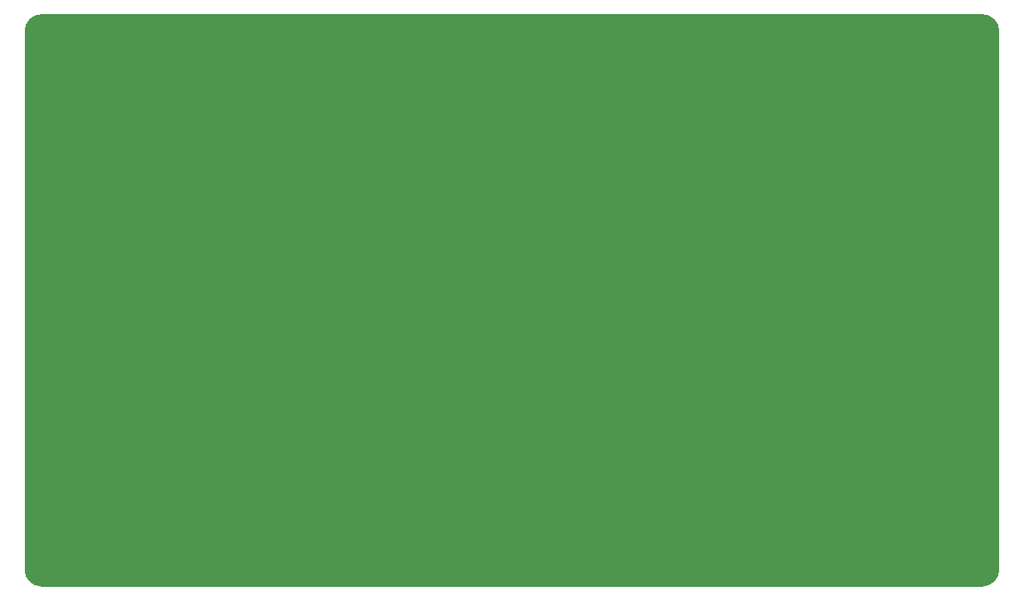
<source format=gbl>
G04 Layer: BottomLayer*
G04 EasyEDA Pro v2.2.32.3, 2024-11-02 15:36:31*
G04 Gerber Generator version 0.3*
G04 Scale: 100 percent, Rotated: No, Reflected: No*
G04 Dimensions in millimeters*
G04 Leading zeros omitted, absolute positions, 3 integers and 5 decimals*
%FSLAX35Y35*%
%MOMM*%
%ADD10C,0.2032*%
%ADD11C,4.4*%
%ADD12C,0.45*%
G75*


G04 Copper Start*
G36*
G01X-9449523Y-167944D02*
G02X-9285337Y-3758I164186J0D01*
G01X314663Y-3758D01*
G02X478849Y-167944I0J-164186D01*
G01X478849Y-5667943D01*
G02X314663Y-5832130I-164186J0D01*
G01X-9285337Y-5832130D01*
G02X-9449523Y-5667943I0J164186D01*
G01X-9449523Y-167944D01*
G37*
G54D10*
G01X-9449523Y-167944D02*
G02X-9285337Y-3758I164186J0D01*
G01X314663Y-3758D01*
G02X478849Y-167944I0J-164186D01*
G01X478849Y-5667943D01*
G02X314663Y-5832130I-164186J0D01*
G01X-9285337Y-5832130D01*
G02X-9449523Y-5667943I0J164186D01*
G01X-9449523Y-167944D01*
G04 Copper End*

G04 Pad Start*
G54D11*
G01X-8483466Y-5516944D03*
G01X-9083466Y-3280545D03*
G01X-483466Y-5516944D03*
G01X116534Y-3280545D03*
G01X-6983466Y-316944D03*
G01X-1983466Y-316944D03*
G01X-4483466Y-3280545D03*
G04 Pad End*

G04 Via Start*
G54D12*
G01X-9259682Y-5491289D03*
G01X-9259682Y-5291289D03*
G01X-9259682Y-5091289D03*
G01X-9259683Y-4891289D03*
G01X-9259683Y-4691289D03*
G01X-9259683Y-4491289D03*
G01X-9259683Y-4291289D03*
G01X-9259683Y-4091289D03*
G01X-9259683Y-3891289D03*
G01X-9259683Y-3691289D03*
G01X-9259683Y-291287D03*
G01X-9259683Y-91287D03*
G01X-9059682Y-5491289D03*
G01X-9059682Y-5291289D03*
G01X-9059682Y-5091289D03*
G01X-9059682Y-4891289D03*
G01X-9059682Y-4691289D03*
G01X-9059682Y-4491289D03*
G01X-9059682Y-4291289D03*
G01X-9059682Y-4091289D03*
G01X-9059682Y-3891289D03*
G01X-9059682Y-3691289D03*
G01X-8859682Y-5291289D03*
G01X-8859682Y-5091289D03*
G01X-8859682Y-4891289D03*
G01X-8859682Y-4691289D03*
G01X-8859682Y-3091288D03*
G01X-8859682Y-2491288D03*
G01X-8859682Y-2291288D03*
G01X-8859682Y-2091288D03*
G01X-8859682Y-1891288D03*
G01X-8859682Y-1691287D03*
G01X-8859682Y-1491287D03*
G01X-8859682Y-1291287D03*
G01X-8859682Y-1091287D03*
G01X-8859682Y-891287D03*
G01X-8659682Y-5091289D03*
G01X-8659682Y-4891289D03*
G01X-8659682Y-4691289D03*
G01X-8659682Y-3291288D03*
G01X-8659682Y-3091288D03*
G01X-8659682Y-2491288D03*
G01X-8659682Y-2291288D03*
G01X-8659682Y-2091288D03*
G01X-8659682Y-1891288D03*
G01X-8659682Y-1691287D03*
G01X-8659682Y-1491287D03*
G01X-8659682Y-1291287D03*
G01X-8659682Y-1091287D03*
G01X-8659682Y-891287D03*
G01X-8459682Y-5091289D03*
G01X-8459682Y-4891289D03*
G01X-8459682Y-4691289D03*
G01X-8459682Y-4091289D03*
G01X-8459682Y-3891289D03*
G01X-8459682Y-2491288D03*
G01X-8459682Y-2291288D03*
G01X-8459682Y-2091288D03*
G01X-8459682Y-1891288D03*
G01X-8459682Y-1691287D03*
G01X-8459682Y-1491287D03*
G01X-8459682Y-1291287D03*
G01X-8459682Y-1091287D03*
G01X-8459682Y-891287D03*
G01X-8259682Y-5291289D03*
G01X-8259682Y-5091289D03*
G01X-8259682Y-4891289D03*
G01X-8259682Y-4691289D03*
G01X-8259682Y-4091289D03*
G01X-8259682Y-3891289D03*
G01X-8259682Y-2491288D03*
G01X-8259682Y-2291288D03*
G01X-8259682Y-2091288D03*
G01X-8259682Y-1891288D03*
G01X-8259682Y-1691287D03*
G01X-8259682Y-1491287D03*
G01X-8259682Y-1291287D03*
G01X-8259682Y-1091287D03*
G01X-8259682Y-891287D03*
G01X-8059682Y-5491289D03*
G01X-8059682Y-5291289D03*
G01X-8059682Y-5091289D03*
G01X-8059682Y-4891289D03*
G01X-8059682Y-4691289D03*
G01X-8059682Y-4091289D03*
G01X-8059682Y-3891289D03*
G01X-8059682Y-2491288D03*
G01X-8059682Y-2291288D03*
G01X-8059682Y-2091288D03*
G01X-8059682Y-1891288D03*
G01X-8059682Y-1691287D03*
G01X-8059682Y-1491287D03*
G01X-8059682Y-1291287D03*
G01X-8059682Y-1091287D03*
G01X-8059682Y-891287D03*
G01X-7859682Y-5691290D03*
G01X-7859682Y-5491289D03*
G01X-7859682Y-5291289D03*
G01X-7859682Y-5091289D03*
G01X-7859682Y-4891289D03*
G01X-7859682Y-4691289D03*
G01X-7859682Y-4091289D03*
G01X-7859682Y-3891289D03*
G01X-7859682Y-2491288D03*
G01X-7859682Y-2291288D03*
G01X-7859682Y-2091288D03*
G01X-7859682Y-1891288D03*
G01X-7859682Y-1691287D03*
G01X-7859682Y-1491287D03*
G01X-7859682Y-1291287D03*
G01X-7859682Y-1091287D03*
G01X-7859682Y-891287D03*
G01X-7659681Y-5691290D03*
G01X-7659681Y-5491289D03*
G01X-7659681Y-5291289D03*
G01X-7659681Y-5091289D03*
G01X-7659681Y-4891289D03*
G01X-7659681Y-4691289D03*
G01X-7659681Y-4091289D03*
G01X-7659681Y-3891289D03*
G01X-7459681Y-5691290D03*
G01X-7459681Y-5491289D03*
G01X-7459681Y-5291289D03*
G01X-7459681Y-5091289D03*
G01X-7459681Y-4891289D03*
G01X-7459681Y-4691289D03*
G01X-7459681Y-4091289D03*
G01X-7459681Y-3891289D03*
G01X-7259681Y-5691290D03*
G01X-7259681Y-5491289D03*
G01X-7259681Y-5291289D03*
G01X-7259681Y-5091289D03*
G01X-7259681Y-4091289D03*
G01X-7259681Y-3891289D03*
G01X-7059681Y-5691290D03*
G01X-7059681Y-5491289D03*
G01X-7059681Y-5291289D03*
G01X-7059681Y-4091289D03*
G01X-7059681Y-3891289D03*
G01X-7059681Y-2891288D03*
G01X-7059681Y-2691288D03*
G01X-7059681Y-2491288D03*
G01X-7059681Y-2291288D03*
G01X-7059681Y-2091288D03*
G01X-7059681Y-1891288D03*
G01X-7059681Y-1691287D03*
G01X-7059681Y-1491287D03*
G01X-7059681Y-1291287D03*
G01X-7059681Y-1091287D03*
G01X-7059681Y-891287D03*
G01X-7059681Y-691287D03*
G01X-6859681Y-5691290D03*
G01X-6859681Y-5491289D03*
G01X-6859681Y-5291289D03*
G01X-6859681Y-4091289D03*
G01X-6859681Y-3891289D03*
G01X-6859681Y-2891288D03*
G01X-6859681Y-2691288D03*
G01X-6859681Y-2491288D03*
G01X-6859681Y-2291288D03*
G01X-6859681Y-2091288D03*
G01X-6859681Y-1891288D03*
G01X-6859681Y-1691287D03*
G01X-6859681Y-1491287D03*
G01X-6859681Y-1291287D03*
G01X-6859681Y-1091287D03*
G01X-6859681Y-891287D03*
G01X-6859681Y-691287D03*
G01X-6659681Y-5691290D03*
G01X-6659681Y-5491289D03*
G01X-6659681Y-5291289D03*
G01X-6659681Y-4091289D03*
G01X-6659681Y-3891289D03*
G01X-6659681Y-291287D03*
G01X-6459681Y-4091289D03*
G01X-6459681Y-3891289D03*
G01X-6259681Y-4091289D03*
G01X-6259681Y-3891289D03*
G01X-6259681Y-2491288D03*
G01X-6259681Y-2291288D03*
G01X-6259681Y-2091288D03*
G01X-6259681Y-1891288D03*
G01X-6259681Y-1691287D03*
G01X-6259681Y-1491287D03*
G01X-6259681Y-1291287D03*
G01X-6259681Y-1091287D03*
G01X-6259681Y-891287D03*
G01X-6059681Y-4091289D03*
G01X-6059681Y-3891289D03*
G01X-6059681Y-2491288D03*
G01X-6059681Y-2291288D03*
G01X-6059681Y-2091288D03*
G01X-6059681Y-1891288D03*
G01X-6059681Y-1691287D03*
G01X-6059681Y-1491287D03*
G01X-6059681Y-1291287D03*
G01X-6059681Y-1091287D03*
G01X-6059681Y-891287D03*
G01X-5859680Y-4091289D03*
G01X-5859680Y-3891289D03*
G01X-5859680Y-2491288D03*
G01X-5859680Y-2291288D03*
G01X-5859680Y-2091288D03*
G01X-5859680Y-1891288D03*
G01X-5859680Y-1691287D03*
G01X-5859680Y-1491287D03*
G01X-5859680Y-1291287D03*
G01X-5859680Y-1091287D03*
G01X-5859680Y-891287D03*
G01X-5659680Y-4091289D03*
G01X-5659680Y-3891289D03*
G01X-5659680Y-2491288D03*
G01X-5659680Y-2291288D03*
G01X-5659680Y-2091288D03*
G01X-5659680Y-1891288D03*
G01X-5659680Y-1691287D03*
G01X-5659680Y-1491287D03*
G01X-5659680Y-1291287D03*
G01X-5659680Y-1091287D03*
G01X-5659680Y-891287D03*
G01X-5459680Y-3291288D03*
G01X-5459680Y-3091288D03*
G01X-5459680Y-2491288D03*
G01X-5459680Y-2291288D03*
G01X-5459680Y-2091288D03*
G01X-5459680Y-1891288D03*
G01X-5459680Y-1691287D03*
G01X-5459680Y-1491287D03*
G01X-5459680Y-1291287D03*
G01X-5459680Y-1091287D03*
G01X-5459680Y-891287D03*
G01X-5259680Y-3291288D03*
G01X-5259680Y-3091288D03*
G01X-5259680Y-2491288D03*
G01X-5259680Y-2291288D03*
G01X-5259680Y-2091288D03*
G01X-5259680Y-1891288D03*
G01X-5259680Y-1691287D03*
G01X-5259680Y-1491287D03*
G01X-5259680Y-1291287D03*
G01X-5259680Y-1091287D03*
G01X-5259680Y-891287D03*
G01X-5059680Y-4491289D03*
G01X-5059680Y-4291289D03*
G01X-5059680Y-4091289D03*
G01X-5059680Y-3891289D03*
G01X-5059680Y-3691289D03*
G01X-5059680Y-3491288D03*
G01X-5059680Y-3291288D03*
G01X-5059680Y-3091288D03*
G01X-5059680Y-2491288D03*
G01X-5059680Y-2291288D03*
G01X-5059680Y-2091288D03*
G01X-5059680Y-1891288D03*
G01X-5059680Y-1691287D03*
G01X-5059680Y-1491287D03*
G01X-5059680Y-1291287D03*
G01X-5059680Y-1091287D03*
G01X-5059680Y-891287D03*
G01X-4859680Y-4491289D03*
G01X-4859680Y-4291289D03*
G01X-4859680Y-4091289D03*
G01X-4859680Y-3891289D03*
G01X-4859680Y-3691289D03*
G01X-4859680Y-3491288D03*
G01X-4859680Y-3291288D03*
G01X-4859680Y-3091288D03*
G01X-4659680Y-4491289D03*
G01X-4659680Y-4291289D03*
G01X-4659680Y-4091289D03*
G01X-4659680Y-3891289D03*
G01X-4659680Y-3691289D03*
G01X-4659680Y-3491288D03*
G01X-4659680Y-3291288D03*
G01X-4659680Y-3091288D03*
G01X-4659680Y-291287D03*
G01X-4659680Y-91287D03*
G01X-4459680Y-4491289D03*
G01X-4459680Y-4291289D03*
G01X-4459680Y-4091289D03*
G01X-4459680Y-3891289D03*
G01X-4459680Y-3691289D03*
G01X-4459680Y-3491288D03*
G01X-4459680Y-3291288D03*
G01X-4459680Y-3091288D03*
G01X-4459680Y-2891288D03*
G01X-4459680Y-2691288D03*
G01X-4459680Y-2491288D03*
G01X-4459680Y-2291288D03*
G01X-4459680Y-2091288D03*
G01X-4459680Y-1891288D03*
G01X-4459680Y-1691287D03*
G01X-4459680Y-1491287D03*
G01X-4459680Y-1291287D03*
G01X-4459680Y-1091287D03*
G01X-4459680Y-891287D03*
G01X-4459680Y-691287D03*
G01X-4459680Y-491287D03*
G01X-4459680Y-291287D03*
G01X-4459680Y-91287D03*
G01X-4259680Y-4491289D03*
G01X-4259680Y-4291289D03*
G01X-4259680Y-4091289D03*
G01X-4259680Y-3891289D03*
G01X-4259680Y-3691289D03*
G01X-4259680Y-3491288D03*
G01X-4259680Y-3291288D03*
G01X-4259680Y-3091288D03*
G01X-4259680Y-291287D03*
G01X-4259680Y-91287D03*
G01X-4059679Y-4491289D03*
G01X-4059679Y-4291289D03*
G01X-4059679Y-4091289D03*
G01X-4059679Y-3891289D03*
G01X-4059679Y-3691289D03*
G01X-4059679Y-3491288D03*
G01X-4059679Y-3291288D03*
G01X-4059679Y-3091288D03*
G01X-3859679Y-4491289D03*
G01X-3859679Y-4291289D03*
G01X-3859679Y-4091289D03*
G01X-3859679Y-3891289D03*
G01X-3859679Y-3691289D03*
G01X-3859679Y-3491288D03*
G01X-3859679Y-3291288D03*
G01X-3859679Y-3091288D03*
G01X-3859679Y-2491288D03*
G01X-3859679Y-2291288D03*
G01X-3859679Y-2091288D03*
G01X-3859679Y-1891288D03*
G01X-3859679Y-1691287D03*
G01X-3859679Y-1491287D03*
G01X-3859679Y-1291287D03*
G01X-3859679Y-1091287D03*
G01X-3859679Y-891287D03*
G01X-3659679Y-3291288D03*
G01X-3659679Y-3091288D03*
G01X-3659679Y-2491288D03*
G01X-3659679Y-2291288D03*
G01X-3659679Y-2091288D03*
G01X-3659679Y-1891288D03*
G01X-3659679Y-1691287D03*
G01X-3659679Y-1491287D03*
G01X-3659679Y-1291287D03*
G01X-3659679Y-1091287D03*
G01X-3659679Y-891287D03*
G01X-3459679Y-2491288D03*
G01X-3459679Y-2291288D03*
G01X-3459679Y-2091288D03*
G01X-3459679Y-1891288D03*
G01X-3459679Y-1691287D03*
G01X-3459679Y-1491287D03*
G01X-3459679Y-1291287D03*
G01X-3459679Y-1091287D03*
G01X-3459679Y-891287D03*
G01X-3259679Y-4091289D03*
G01X-3259679Y-3891289D03*
G01X-3259679Y-2491288D03*
G01X-3259679Y-2291288D03*
G01X-3259679Y-2091288D03*
G01X-3259679Y-1891288D03*
G01X-3259679Y-1691287D03*
G01X-3259679Y-1491287D03*
G01X-3259679Y-1291287D03*
G01X-3259679Y-1091287D03*
G01X-3259679Y-891287D03*
G01X-3059679Y-4091289D03*
G01X-3059679Y-3891289D03*
G01X-3059679Y-2491288D03*
G01X-3059679Y-2291288D03*
G01X-3059679Y-2091288D03*
G01X-3059679Y-1891288D03*
G01X-3059679Y-1691287D03*
G01X-3059679Y-1491287D03*
G01X-3059679Y-1291287D03*
G01X-3059679Y-1091287D03*
G01X-3059679Y-891287D03*
G01X-2859679Y-4091289D03*
G01X-2859679Y-3891289D03*
G01X-2859679Y-2491288D03*
G01X-2859679Y-2291288D03*
G01X-2859679Y-2091288D03*
G01X-2859679Y-1891288D03*
G01X-2859679Y-1691287D03*
G01X-2859679Y-1491287D03*
G01X-2859679Y-1291287D03*
G01X-2859679Y-1091287D03*
G01X-2859679Y-891287D03*
G01X-2659679Y-4091289D03*
G01X-2659679Y-3891289D03*
G01X-2659679Y-2491288D03*
G01X-2659679Y-2291288D03*
G01X-2659679Y-2091288D03*
G01X-2659679Y-1891288D03*
G01X-2659679Y-1691287D03*
G01X-2659679Y-1491287D03*
G01X-2659679Y-1291287D03*
G01X-2659679Y-1091287D03*
G01X-2659679Y-891287D03*
G01X-2459679Y-4091289D03*
G01X-2459679Y-3891289D03*
G01X-2259679Y-5691290D03*
G01X-2259679Y-5491289D03*
G01X-2259679Y-5291289D03*
G01X-2259679Y-4091289D03*
G01X-2259679Y-3891289D03*
G01X-2059679Y-5691290D03*
G01X-2059679Y-5491289D03*
G01X-2059679Y-5291289D03*
G01X-2059679Y-4091289D03*
G01X-2059679Y-3891289D03*
G01X-2059679Y-2891288D03*
G01X-2059679Y-2691288D03*
G01X-2059679Y-2491288D03*
G01X-2059679Y-2291288D03*
G01X-2059679Y-2091288D03*
G01X-2059679Y-1891288D03*
G01X-2059679Y-1691287D03*
G01X-2059679Y-1491287D03*
G01X-2059679Y-1291287D03*
G01X-2059679Y-1091287D03*
G01X-2059679Y-891287D03*
G01X-2059679Y-691287D03*
G01X-1859679Y-5691290D03*
G01X-1859679Y-5491289D03*
G01X-1859679Y-5291289D03*
G01X-1859679Y-4091289D03*
G01X-1859679Y-3891289D03*
G01X-1859679Y-2891288D03*
G01X-1859679Y-2691288D03*
G01X-1859679Y-2491288D03*
G01X-1859679Y-2291288D03*
G01X-1859679Y-2091288D03*
G01X-1859679Y-1891288D03*
G01X-1859679Y-1691287D03*
G01X-1859679Y-1491287D03*
G01X-1859679Y-1291287D03*
G01X-1859679Y-1091287D03*
G01X-1859679Y-891287D03*
G01X-1859679Y-691287D03*
G01X-1659678Y-4891289D03*
G01X-1659678Y-4691289D03*
G01X-1659678Y-4091289D03*
G01X-1659678Y-3891289D03*
G01X-1659678Y-291287D03*
G01X-1459678Y-4891289D03*
G01X-1459678Y-4691289D03*
G01X-1459678Y-4091289D03*
G01X-1459678Y-3891289D03*
G01X-1259678Y-4891289D03*
G01X-1259678Y-4691289D03*
G01X-1259678Y-4091289D03*
G01X-1259678Y-3891289D03*
G01X-1259678Y-2491288D03*
G01X-1259678Y-2291288D03*
G01X-1259678Y-2091288D03*
G01X-1259678Y-1891288D03*
G01X-1259678Y-1691287D03*
G01X-1259678Y-1491287D03*
G01X-1259678Y-1291287D03*
G01X-1259678Y-1091287D03*
G01X-1259678Y-891287D03*
G01X-1059678Y-4891289D03*
G01X-1059678Y-4691289D03*
G01X-1059678Y-4091289D03*
G01X-1059678Y-3891289D03*
G01X-1059678Y-2491288D03*
G01X-1059678Y-2291288D03*
G01X-1059678Y-2091288D03*
G01X-1059678Y-1891288D03*
G01X-1059678Y-1691287D03*
G01X-1059678Y-1491287D03*
G01X-1059678Y-1291287D03*
G01X-1059678Y-1091287D03*
G01X-1059678Y-891287D03*
G01X-859678Y-5291289D03*
G01X-859678Y-5091289D03*
G01X-859678Y-4891289D03*
G01X-859678Y-4691289D03*
G01X-859678Y-4091289D03*
G01X-859678Y-3891289D03*
G01X-859678Y-2491288D03*
G01X-859678Y-2291288D03*
G01X-859678Y-2091288D03*
G01X-859678Y-1891288D03*
G01X-859678Y-1691287D03*
G01X-859678Y-1491287D03*
G01X-859678Y-1291287D03*
G01X-859678Y-1091287D03*
G01X-859678Y-891287D03*
G01X-659678Y-5091289D03*
G01X-659678Y-4891289D03*
G01X-659678Y-4691289D03*
G01X-659678Y-4091289D03*
G01X-659678Y-3891289D03*
G01X-659678Y-2491288D03*
G01X-659678Y-2291288D03*
G01X-659678Y-2091288D03*
G01X-659678Y-1891288D03*
G01X-659678Y-1691287D03*
G01X-659678Y-1491287D03*
G01X-659678Y-1291287D03*
G01X-659678Y-1091287D03*
G01X-659678Y-891287D03*
G01X-459678Y-5091289D03*
G01X-459678Y-4891289D03*
G01X-459678Y-4691289D03*
G01X-459678Y-4091289D03*
G01X-459678Y-3891289D03*
G01X-459678Y-2491288D03*
G01X-459678Y-2291288D03*
G01X-459678Y-2091288D03*
G01X-459678Y-1891288D03*
G01X-459678Y-1691287D03*
G01X-459678Y-1491287D03*
G01X-459678Y-1291287D03*
G01X-459678Y-1091287D03*
G01X-459678Y-891287D03*
G01X-259678Y-5291289D03*
G01X-259678Y-5091289D03*
G01X-259678Y-4891289D03*
G01X-259678Y-4691289D03*
G01X-259678Y-2491288D03*
G01X-259678Y-2291288D03*
G01X-259678Y-2091288D03*
G01X-259678Y-1891288D03*
G01X-259678Y-1691287D03*
G01X-259678Y-1491287D03*
G01X-259678Y-1291287D03*
G01X-259678Y-1091287D03*
G01X-259678Y-891287D03*
G01X-59678Y-5491289D03*
G01X-59678Y-5291289D03*
G01X-59678Y-5091289D03*
G01X-59678Y-4891289D03*
G01X-59678Y-4691289D03*
G01X-59678Y-2491288D03*
G01X-59678Y-2291288D03*
G01X-59678Y-2091288D03*
G01X-59678Y-1891288D03*
G01X-59678Y-1691287D03*
G01X-59678Y-1491287D03*
G01X-59678Y-1291287D03*
G01X-59678Y-1091287D03*
G01X-59678Y-891287D03*
G01X140323Y-5691290D03*
G01X140323Y-5491289D03*
G01X140323Y-5291289D03*
G01X140323Y-5091289D03*
G01X140323Y-4891289D03*
G01X140323Y-4691289D03*
G01X140323Y-4491289D03*
G01X140323Y-4291289D03*
G01X140323Y-4091289D03*
G01X140323Y-3891289D03*
G01X340323Y-5691290D03*
G01X340323Y-5491289D03*
G01X340323Y-5291289D03*
G01X340323Y-5091289D03*
G01X340323Y-4891289D03*
G01X340323Y-4691289D03*
G01X340323Y-4491289D03*
G01X340323Y-4291289D03*
G01X340323Y-4091289D03*
G01X340323Y-3891289D03*
G01X340323Y-3691289D03*
G01X340323Y-291287D03*
G01X340323Y-91287D03*
G01X-8843131Y-38100D03*
G01X-9090732Y-38100D03*
G01X-7537953Y-38100D03*
G01X-7785554Y-38100D03*
G01X-6232716Y-38100D03*
G01X-6480316Y-38100D03*
G01X-4927538Y-38100D03*
G01X-5175138Y-38100D03*
G01X-3791793Y-38100D03*
G01X-4039393Y-38100D03*
G01X-2486615Y-38100D03*
G01X-2734216Y-38100D03*
G01X-1181378Y-38100D03*
G01X-1428978Y-38100D03*
G01X123800Y-38100D03*
G01X-123800Y-38100D03*
G01X-4607266Y-5798853D03*
G01X-4359666Y-5798853D03*
G01X-8483466Y-5351944D03*
G01X-8318466Y-5516944D03*
G01X-8483466Y-5681944D03*
G01X-8648466Y-5516944D03*
G01X-8366793Y-5400271D03*
G01X-8600138Y-5400271D03*
G01X-8600138Y-5633616D03*
G01X-8366793Y-5633616D03*
G01X-8331026Y-5580087D03*
G01X-8331025Y-5453802D03*
G01X-8420322Y-5364504D03*
G01X-8546608Y-5364503D03*
G01X-8635906Y-5453800D03*
G01X-8635906Y-5580086D03*
G01X-8546609Y-5669384D03*
G01X-8420324Y-5669384D03*
G01X-9083466Y-3115545D03*
G01X-8918466Y-3280545D03*
G01X-9083466Y-3445545D03*
G01X-9248466Y-3280545D03*
G01X-8966793Y-3163873D03*
G01X-9200138Y-3163873D03*
G01X-9200138Y-3397218D03*
G01X-8966793Y-3397218D03*
G01X-8931026Y-3343689D03*
G01X-8931025Y-3217403D03*
G01X-9020322Y-3128105D03*
G01X-9146608Y-3128105D03*
G01X-9235906Y-3217402D03*
G01X-9235906Y-3343687D03*
G01X-9146609Y-3432985D03*
G01X-9020324Y-3432986D03*
G01X-483466Y-5351944D03*
G01X-318466Y-5516944D03*
G01X-483466Y-5681944D03*
G01X-648466Y-5516944D03*
G01X-366793Y-5400271D03*
G01X-600138Y-5400271D03*
G01X-600138Y-5633616D03*
G01X-366793Y-5633616D03*
G01X-331026Y-5580087D03*
G01X-331025Y-5453802D03*
G01X-420323Y-5364504D03*
G01X-546608Y-5364503D03*
G01X-635906Y-5453800D03*
G01X-635906Y-5580086D03*
G01X-546609Y-5669384D03*
G01X-420324Y-5669384D03*
G01X116534Y-3115545D03*
G01X281534Y-3280545D03*
G01X116534Y-3445545D03*
G01X-48466Y-3280545D03*
G01X233207Y-3163873D03*
G01X-138Y-3163873D03*
G01X-138Y-3397218D03*
G01X233207Y-3397218D03*
G01X268974Y-3343689D03*
G01X268975Y-3217403D03*
G01X179678Y-3128105D03*
G01X53392Y-3128105D03*
G01X-35906Y-3217402D03*
G01X-35906Y-3343687D03*
G01X53391Y-3432985D03*
G01X179676Y-3432986D03*
G01X-6983466Y-151944D03*
G01X-6818466Y-316944D03*
G01X-6983466Y-481944D03*
G01X-7148466Y-316944D03*
G01X-6866793Y-200271D03*
G01X-7100138Y-200271D03*
G01X-7100138Y-433616D03*
G01X-6866793Y-433616D03*
G01X-6831026Y-380087D03*
G01X-6831025Y-253802D03*
G01X-6920322Y-164504D03*
G01X-7046608Y-164503D03*
G01X-7135906Y-253800D03*
G01X-7135906Y-380086D03*
G01X-7046609Y-469384D03*
G01X-6920324Y-469384D03*
G01X-1983466Y-151944D03*
G01X-1818466Y-316944D03*
G01X-1983466Y-481944D03*
G01X-2148466Y-316944D03*
G01X-1866793Y-200271D03*
G01X-2100138Y-200271D03*
G01X-2100138Y-433616D03*
G01X-1866793Y-433616D03*
G01X-1831026Y-380087D03*
G01X-1831025Y-253802D03*
G01X-1920322Y-164504D03*
G01X-2046608Y-164503D03*
G01X-2135906Y-253800D03*
G01X-2135906Y-380086D03*
G01X-2046609Y-469384D03*
G01X-1920324Y-469384D03*
G01X-4483466Y-3115545D03*
G01X-4318466Y-3280545D03*
G01X-4483466Y-3445545D03*
G01X-4648466Y-3280545D03*
G01X-4366793Y-3163873D03*
G01X-4600138Y-3163873D03*
G01X-4600138Y-3397218D03*
G01X-4366793Y-3397218D03*
G01X-4331026Y-3343689D03*
G01X-4331025Y-3217403D03*
G01X-4420322Y-3128105D03*
G01X-4546608Y-3128105D03*
G01X-4635906Y-3217402D03*
G01X-4635906Y-3343687D03*
G01X-4546609Y-3432985D03*
G01X-4420324Y-3432986D03*
G04 Via End*

M02*


</source>
